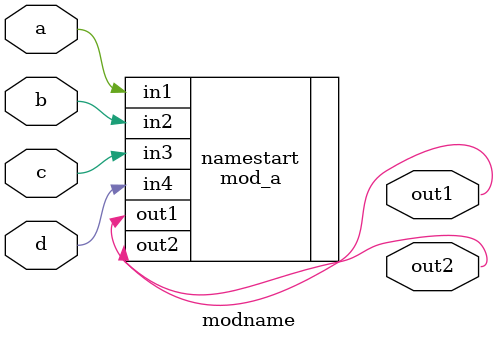
<source format=v>
module modname( 
    input a, 
    input b, 
    input c,
    input d,
    output out1,
    output out2
);
mod_a namestart(.out1(out1),.out2(out2),.in1(a),.in2(b),.in3(c),.in4(d));
endmodule
</source>
